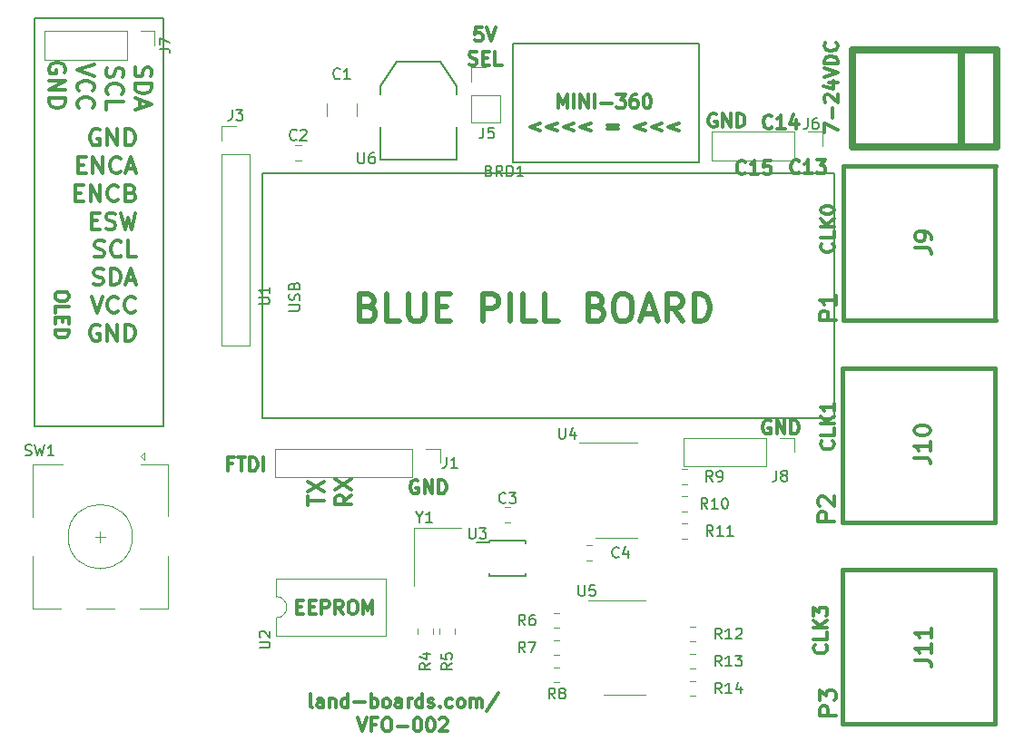
<source format=gbr>
G04 #@! TF.GenerationSoftware,KiCad,Pcbnew,(5.1.5)-3*
G04 #@! TF.CreationDate,2020-10-17T15:18:02-04:00*
G04 #@! TF.ProjectId,VFO-002,56464f2d-3030-4322-9e6b-696361645f70,1*
G04 #@! TF.SameCoordinates,Original*
G04 #@! TF.FileFunction,Legend,Top*
G04 #@! TF.FilePolarity,Positive*
%FSLAX46Y46*%
G04 Gerber Fmt 4.6, Leading zero omitted, Abs format (unit mm)*
G04 Created by KiCad (PCBNEW (5.1.5)-3) date 2020-10-17 15:18:02*
%MOMM*%
%LPD*%
G04 APERTURE LIST*
%ADD10C,0.317500*%
%ADD11C,0.150000*%
%ADD12C,0.508000*%
%ADD13C,0.381000*%
%ADD14C,0.120000*%
%ADD15C,0.650000*%
%ADD16C,0.203200*%
%ADD17C,0.304800*%
G04 APERTURE END LIST*
D10*
X134758095Y-64393273D02*
X134153333Y-64393273D01*
X134092857Y-64998035D01*
X134153333Y-64937559D01*
X134274285Y-64877083D01*
X134576666Y-64877083D01*
X134697619Y-64937559D01*
X134758095Y-64998035D01*
X134818571Y-65118988D01*
X134818571Y-65421369D01*
X134758095Y-65542321D01*
X134697619Y-65602797D01*
X134576666Y-65663273D01*
X134274285Y-65663273D01*
X134153333Y-65602797D01*
X134092857Y-65542321D01*
X135181428Y-64393273D02*
X135604761Y-65663273D01*
X136028095Y-64393273D01*
X133548571Y-67825297D02*
X133730000Y-67885773D01*
X134032380Y-67885773D01*
X134153333Y-67825297D01*
X134213809Y-67764821D01*
X134274285Y-67643869D01*
X134274285Y-67522916D01*
X134213809Y-67401964D01*
X134153333Y-67341488D01*
X134032380Y-67281011D01*
X133790476Y-67220535D01*
X133669523Y-67160059D01*
X133609047Y-67099583D01*
X133548571Y-66978630D01*
X133548571Y-66857678D01*
X133609047Y-66736726D01*
X133669523Y-66676250D01*
X133790476Y-66615773D01*
X134092857Y-66615773D01*
X134274285Y-66676250D01*
X134818571Y-67220535D02*
X135241904Y-67220535D01*
X135423333Y-67885773D02*
X134818571Y-67885773D01*
X134818571Y-66615773D01*
X135423333Y-66615773D01*
X136572380Y-67885773D02*
X135967619Y-67885773D01*
X135967619Y-66615773D01*
X118494821Y-108942857D02*
X118494821Y-108085714D01*
X119994821Y-108514285D02*
X118494821Y-108514285D01*
X118494821Y-107728571D02*
X119994821Y-106728571D01*
X118494821Y-106728571D02*
X119994821Y-107728571D01*
X122562321Y-108050000D02*
X121848035Y-108550000D01*
X122562321Y-108907142D02*
X121062321Y-108907142D01*
X121062321Y-108335714D01*
X121133750Y-108192857D01*
X121205178Y-108121428D01*
X121348035Y-108050000D01*
X121562321Y-108050000D01*
X121705178Y-108121428D01*
X121776607Y-108192857D01*
X121848035Y-108335714D01*
X121848035Y-108907142D01*
X121062321Y-107550000D02*
X122562321Y-106550000D01*
X121062321Y-106550000D02*
X122562321Y-107550000D01*
X164333571Y-77903571D02*
X164273095Y-77964047D01*
X164091666Y-78024523D01*
X163970714Y-78024523D01*
X163789285Y-77964047D01*
X163668333Y-77843095D01*
X163607857Y-77722142D01*
X163547380Y-77480238D01*
X163547380Y-77298809D01*
X163607857Y-77056904D01*
X163668333Y-76935952D01*
X163789285Y-76815000D01*
X163970714Y-76754523D01*
X164091666Y-76754523D01*
X164273095Y-76815000D01*
X164333571Y-76875476D01*
X165543095Y-78024523D02*
X164817380Y-78024523D01*
X165180238Y-78024523D02*
X165180238Y-76754523D01*
X165059285Y-76935952D01*
X164938333Y-77056904D01*
X164817380Y-77117380D01*
X165966428Y-76754523D02*
X166752619Y-76754523D01*
X166329285Y-77238333D01*
X166510714Y-77238333D01*
X166631666Y-77298809D01*
X166692142Y-77359285D01*
X166752619Y-77480238D01*
X166752619Y-77782619D01*
X166692142Y-77903571D01*
X166631666Y-77964047D01*
X166510714Y-78024523D01*
X166147857Y-78024523D01*
X166026904Y-77964047D01*
X165966428Y-77903571D01*
X161783571Y-73703571D02*
X161723095Y-73764047D01*
X161541666Y-73824523D01*
X161420714Y-73824523D01*
X161239285Y-73764047D01*
X161118333Y-73643095D01*
X161057857Y-73522142D01*
X160997380Y-73280238D01*
X160997380Y-73098809D01*
X161057857Y-72856904D01*
X161118333Y-72735952D01*
X161239285Y-72615000D01*
X161420714Y-72554523D01*
X161541666Y-72554523D01*
X161723095Y-72615000D01*
X161783571Y-72675476D01*
X162993095Y-73824523D02*
X162267380Y-73824523D01*
X162630238Y-73824523D02*
X162630238Y-72554523D01*
X162509285Y-72735952D01*
X162388333Y-72856904D01*
X162267380Y-72917380D01*
X164081666Y-72977857D02*
X164081666Y-73824523D01*
X163779285Y-72494047D02*
X163476904Y-73401190D01*
X164263095Y-73401190D01*
X159283571Y-77953571D02*
X159223095Y-78014047D01*
X159041666Y-78074523D01*
X158920714Y-78074523D01*
X158739285Y-78014047D01*
X158618333Y-77893095D01*
X158557857Y-77772142D01*
X158497380Y-77530238D01*
X158497380Y-77348809D01*
X158557857Y-77106904D01*
X158618333Y-76985952D01*
X158739285Y-76865000D01*
X158920714Y-76804523D01*
X159041666Y-76804523D01*
X159223095Y-76865000D01*
X159283571Y-76925476D01*
X160493095Y-78074523D02*
X159767380Y-78074523D01*
X160130238Y-78074523D02*
X160130238Y-76804523D01*
X160009285Y-76985952D01*
X159888333Y-77106904D01*
X159767380Y-77167380D01*
X161642142Y-76804523D02*
X161037380Y-76804523D01*
X160976904Y-77409285D01*
X161037380Y-77348809D01*
X161158333Y-77288333D01*
X161460714Y-77288333D01*
X161581666Y-77348809D01*
X161642142Y-77409285D01*
X161702619Y-77530238D01*
X161702619Y-77832619D01*
X161642142Y-77953571D01*
X161581666Y-78014047D01*
X161460714Y-78074523D01*
X161158333Y-78074523D01*
X161037380Y-78014047D01*
X160976904Y-77953571D01*
X156582380Y-72465000D02*
X156461428Y-72404523D01*
X156280000Y-72404523D01*
X156098571Y-72465000D01*
X155977619Y-72585952D01*
X155917142Y-72706904D01*
X155856666Y-72948809D01*
X155856666Y-73130238D01*
X155917142Y-73372142D01*
X155977619Y-73493095D01*
X156098571Y-73614047D01*
X156280000Y-73674523D01*
X156400952Y-73674523D01*
X156582380Y-73614047D01*
X156642857Y-73553571D01*
X156642857Y-73130238D01*
X156400952Y-73130238D01*
X157187142Y-73674523D02*
X157187142Y-72404523D01*
X157912857Y-73674523D01*
X157912857Y-72404523D01*
X158517619Y-73674523D02*
X158517619Y-72404523D01*
X158820000Y-72404523D01*
X159001428Y-72465000D01*
X159122380Y-72585952D01*
X159182857Y-72706904D01*
X159243333Y-72948809D01*
X159243333Y-73130238D01*
X159182857Y-73372142D01*
X159122380Y-73493095D01*
X159001428Y-73614047D01*
X158820000Y-73674523D01*
X158517619Y-73674523D01*
X161632380Y-101115000D02*
X161511428Y-101054523D01*
X161330000Y-101054523D01*
X161148571Y-101115000D01*
X161027619Y-101235952D01*
X160967142Y-101356904D01*
X160906666Y-101598809D01*
X160906666Y-101780238D01*
X160967142Y-102022142D01*
X161027619Y-102143095D01*
X161148571Y-102264047D01*
X161330000Y-102324523D01*
X161450952Y-102324523D01*
X161632380Y-102264047D01*
X161692857Y-102203571D01*
X161692857Y-101780238D01*
X161450952Y-101780238D01*
X162237142Y-102324523D02*
X162237142Y-101054523D01*
X162962857Y-102324523D01*
X162962857Y-101054523D01*
X163567619Y-102324523D02*
X163567619Y-101054523D01*
X163870000Y-101054523D01*
X164051428Y-101115000D01*
X164172380Y-101235952D01*
X164232857Y-101356904D01*
X164293333Y-101598809D01*
X164293333Y-101780238D01*
X164232857Y-102022142D01*
X164172380Y-102143095D01*
X164051428Y-102264047D01*
X163870000Y-102324523D01*
X163567619Y-102324523D01*
X96199476Y-89341476D02*
X96199476Y-89583380D01*
X96139000Y-89704333D01*
X96018047Y-89825285D01*
X95776142Y-89885761D01*
X95352809Y-89885761D01*
X95110904Y-89825285D01*
X94989952Y-89704333D01*
X94929476Y-89583380D01*
X94929476Y-89341476D01*
X94989952Y-89220523D01*
X95110904Y-89099571D01*
X95352809Y-89039095D01*
X95776142Y-89039095D01*
X96018047Y-89099571D01*
X96139000Y-89220523D01*
X96199476Y-89341476D01*
X94929476Y-91034809D02*
X94929476Y-90430047D01*
X96199476Y-90430047D01*
X95594714Y-91458142D02*
X95594714Y-91881476D01*
X94929476Y-92062904D02*
X94929476Y-91458142D01*
X96199476Y-91458142D01*
X96199476Y-92062904D01*
X94929476Y-92607190D02*
X96199476Y-92607190D01*
X96199476Y-92909571D01*
X96139000Y-93091000D01*
X96018047Y-93211952D01*
X95897095Y-93272428D01*
X95655190Y-93332904D01*
X95473761Y-93332904D01*
X95231857Y-93272428D01*
X95110904Y-93211952D01*
X94989952Y-93091000D01*
X94929476Y-92909571D01*
X94929476Y-92607190D01*
X166654523Y-74183333D02*
X166654523Y-73336666D01*
X167924523Y-73880952D01*
X167440714Y-72852857D02*
X167440714Y-71885238D01*
X166775476Y-71340952D02*
X166715000Y-71280476D01*
X166654523Y-71159523D01*
X166654523Y-70857142D01*
X166715000Y-70736190D01*
X166775476Y-70675714D01*
X166896428Y-70615238D01*
X167017380Y-70615238D01*
X167198809Y-70675714D01*
X167924523Y-71401428D01*
X167924523Y-70615238D01*
X167077857Y-69526666D02*
X167924523Y-69526666D01*
X166594047Y-69829047D02*
X167501190Y-70131428D01*
X167501190Y-69345238D01*
X166654523Y-69042857D02*
X167924523Y-68619523D01*
X166654523Y-68196190D01*
X167924523Y-67772857D02*
X166654523Y-67772857D01*
X166654523Y-67470476D01*
X166715000Y-67289047D01*
X166835952Y-67168095D01*
X166956904Y-67107619D01*
X167198809Y-67047142D01*
X167380238Y-67047142D01*
X167622142Y-67107619D01*
X167743095Y-67168095D01*
X167864047Y-67289047D01*
X167924523Y-67470476D01*
X167924523Y-67772857D01*
X167803571Y-65777142D02*
X167864047Y-65837619D01*
X167924523Y-66019047D01*
X167924523Y-66140000D01*
X167864047Y-66321428D01*
X167743095Y-66442380D01*
X167622142Y-66502857D01*
X167380238Y-66563333D01*
X167198809Y-66563333D01*
X166956904Y-66502857D01*
X166835952Y-66442380D01*
X166715000Y-66321428D01*
X166654523Y-66140000D01*
X166654523Y-66019047D01*
X166715000Y-65837619D01*
X166775476Y-65777142D01*
X166823571Y-122010714D02*
X166884047Y-122071190D01*
X166944523Y-122252619D01*
X166944523Y-122373571D01*
X166884047Y-122555000D01*
X166763095Y-122675952D01*
X166642142Y-122736428D01*
X166400238Y-122796904D01*
X166218809Y-122796904D01*
X165976904Y-122736428D01*
X165855952Y-122675952D01*
X165735000Y-122555000D01*
X165674523Y-122373571D01*
X165674523Y-122252619D01*
X165735000Y-122071190D01*
X165795476Y-122010714D01*
X166944523Y-120861666D02*
X166944523Y-121466428D01*
X165674523Y-121466428D01*
X166944523Y-120438333D02*
X165674523Y-120438333D01*
X166944523Y-119712619D02*
X166218809Y-120256904D01*
X165674523Y-119712619D02*
X166400238Y-120438333D01*
X165674523Y-119289285D02*
X165674523Y-118503095D01*
X166158333Y-118926428D01*
X166158333Y-118745000D01*
X166218809Y-118624047D01*
X166279285Y-118563571D01*
X166400238Y-118503095D01*
X166702619Y-118503095D01*
X166823571Y-118563571D01*
X166884047Y-118624047D01*
X166944523Y-118745000D01*
X166944523Y-119107857D01*
X166884047Y-119228809D01*
X166823571Y-119289285D01*
X167458571Y-102960714D02*
X167519047Y-103021190D01*
X167579523Y-103202619D01*
X167579523Y-103323571D01*
X167519047Y-103505000D01*
X167398095Y-103625952D01*
X167277142Y-103686428D01*
X167035238Y-103746904D01*
X166853809Y-103746904D01*
X166611904Y-103686428D01*
X166490952Y-103625952D01*
X166370000Y-103505000D01*
X166309523Y-103323571D01*
X166309523Y-103202619D01*
X166370000Y-103021190D01*
X166430476Y-102960714D01*
X167579523Y-101811666D02*
X167579523Y-102416428D01*
X166309523Y-102416428D01*
X167579523Y-101388333D02*
X166309523Y-101388333D01*
X167579523Y-100662619D02*
X166853809Y-101206904D01*
X166309523Y-100662619D02*
X167035238Y-101388333D01*
X167579523Y-99453095D02*
X167579523Y-100178809D01*
X167579523Y-99815952D02*
X166309523Y-99815952D01*
X166490952Y-99936904D01*
X166611904Y-100057857D01*
X166672380Y-100178809D01*
X167458571Y-84545714D02*
X167519047Y-84606190D01*
X167579523Y-84787619D01*
X167579523Y-84908571D01*
X167519047Y-85090000D01*
X167398095Y-85210952D01*
X167277142Y-85271428D01*
X167035238Y-85331904D01*
X166853809Y-85331904D01*
X166611904Y-85271428D01*
X166490952Y-85210952D01*
X166370000Y-85090000D01*
X166309523Y-84908571D01*
X166309523Y-84787619D01*
X166370000Y-84606190D01*
X166430476Y-84545714D01*
X167579523Y-83396666D02*
X167579523Y-84001428D01*
X166309523Y-84001428D01*
X167579523Y-82973333D02*
X166309523Y-82973333D01*
X167579523Y-82247619D02*
X166853809Y-82791904D01*
X166309523Y-82247619D02*
X167035238Y-82973333D01*
X166309523Y-81461428D02*
X166309523Y-81340476D01*
X166370000Y-81219523D01*
X166430476Y-81159047D01*
X166551428Y-81098571D01*
X166793333Y-81038095D01*
X167095714Y-81038095D01*
X167337619Y-81098571D01*
X167458571Y-81159047D01*
X167519047Y-81219523D01*
X167579523Y-81340476D01*
X167579523Y-81461428D01*
X167519047Y-81582380D01*
X167458571Y-81642857D01*
X167337619Y-81703333D01*
X167095714Y-81763809D01*
X166793333Y-81763809D01*
X166551428Y-81703333D01*
X166430476Y-81642857D01*
X166370000Y-81582380D01*
X166309523Y-81461428D01*
D11*
X93040000Y-101600000D02*
X93040000Y-63500000D01*
X105040000Y-101625000D02*
X93040000Y-101600000D01*
X105040000Y-63500000D02*
X105040000Y-101625000D01*
X93040000Y-63500000D02*
X105040000Y-63500000D01*
D10*
X99064082Y-73945750D02*
X98914101Y-73873178D01*
X98689129Y-73873178D01*
X98464158Y-73945750D01*
X98314177Y-74090892D01*
X98239186Y-74236035D01*
X98164196Y-74526321D01*
X98164196Y-74744035D01*
X98239186Y-75034321D01*
X98314177Y-75179464D01*
X98464158Y-75324607D01*
X98689129Y-75397178D01*
X98839110Y-75397178D01*
X99064082Y-75324607D01*
X99139072Y-75252035D01*
X99139072Y-74744035D01*
X98839110Y-74744035D01*
X99813986Y-75397178D02*
X99813986Y-73873178D01*
X100713872Y-75397178D01*
X100713872Y-73873178D01*
X101463777Y-75397178D02*
X101463777Y-73873178D01*
X101838729Y-73873178D01*
X102063701Y-73945750D01*
X102213682Y-74090892D01*
X102288672Y-74236035D01*
X102363663Y-74526321D01*
X102363663Y-74744035D01*
X102288672Y-75034321D01*
X102213682Y-75179464D01*
X102063701Y-75324607D01*
X101838729Y-75397178D01*
X101463777Y-75397178D01*
X97039339Y-77202392D02*
X97564272Y-77202392D01*
X97789244Y-78000678D02*
X97039339Y-78000678D01*
X97039339Y-76476678D01*
X97789244Y-76476678D01*
X98464158Y-78000678D02*
X98464158Y-76476678D01*
X99364044Y-78000678D01*
X99364044Y-76476678D01*
X101013834Y-77855535D02*
X100938844Y-77928107D01*
X100713872Y-78000678D01*
X100563891Y-78000678D01*
X100338920Y-77928107D01*
X100188939Y-77782964D01*
X100113948Y-77637821D01*
X100038958Y-77347535D01*
X100038958Y-77129821D01*
X100113948Y-76839535D01*
X100188939Y-76694392D01*
X100338920Y-76549250D01*
X100563891Y-76476678D01*
X100713872Y-76476678D01*
X100938844Y-76549250D01*
X101013834Y-76621821D01*
X101613758Y-77565250D02*
X102363663Y-77565250D01*
X101463777Y-78000678D02*
X101988710Y-76476678D01*
X102513644Y-78000678D01*
X96814367Y-79805892D02*
X97339301Y-79805892D01*
X97564272Y-80604178D02*
X96814367Y-80604178D01*
X96814367Y-79080178D01*
X97564272Y-79080178D01*
X98239186Y-80604178D02*
X98239186Y-79080178D01*
X99139072Y-80604178D01*
X99139072Y-79080178D01*
X100788863Y-80459035D02*
X100713872Y-80531607D01*
X100488901Y-80604178D01*
X100338920Y-80604178D01*
X100113948Y-80531607D01*
X99963967Y-80386464D01*
X99888977Y-80241321D01*
X99813986Y-79951035D01*
X99813986Y-79733321D01*
X99888977Y-79443035D01*
X99963967Y-79297892D01*
X100113948Y-79152750D01*
X100338920Y-79080178D01*
X100488901Y-79080178D01*
X100713872Y-79152750D01*
X100788863Y-79225321D01*
X101988710Y-79805892D02*
X102213682Y-79878464D01*
X102288672Y-79951035D01*
X102363663Y-80096178D01*
X102363663Y-80313892D01*
X102288672Y-80459035D01*
X102213682Y-80531607D01*
X102063701Y-80604178D01*
X101463777Y-80604178D01*
X101463777Y-79080178D01*
X101988710Y-79080178D01*
X102138691Y-79152750D01*
X102213682Y-79225321D01*
X102288672Y-79370464D01*
X102288672Y-79515607D01*
X102213682Y-79660750D01*
X102138691Y-79733321D01*
X101988710Y-79805892D01*
X101463777Y-79805892D01*
X98314177Y-82409392D02*
X98839110Y-82409392D01*
X99064082Y-83207678D02*
X98314177Y-83207678D01*
X98314177Y-81683678D01*
X99064082Y-81683678D01*
X99664005Y-83135107D02*
X99888977Y-83207678D01*
X100263929Y-83207678D01*
X100413910Y-83135107D01*
X100488901Y-83062535D01*
X100563891Y-82917392D01*
X100563891Y-82772250D01*
X100488901Y-82627107D01*
X100413910Y-82554535D01*
X100263929Y-82481964D01*
X99963967Y-82409392D01*
X99813986Y-82336821D01*
X99738996Y-82264250D01*
X99664005Y-82119107D01*
X99664005Y-81973964D01*
X99738996Y-81828821D01*
X99813986Y-81756250D01*
X99963967Y-81683678D01*
X100338920Y-81683678D01*
X100563891Y-81756250D01*
X101088825Y-81683678D02*
X101463777Y-83207678D01*
X101763739Y-82119107D01*
X102063701Y-83207678D01*
X102438653Y-81683678D01*
X98614139Y-85738607D02*
X98839110Y-85811178D01*
X99214063Y-85811178D01*
X99364044Y-85738607D01*
X99439034Y-85666035D01*
X99514025Y-85520892D01*
X99514025Y-85375750D01*
X99439034Y-85230607D01*
X99364044Y-85158035D01*
X99214063Y-85085464D01*
X98914101Y-85012892D01*
X98764120Y-84940321D01*
X98689129Y-84867750D01*
X98614139Y-84722607D01*
X98614139Y-84577464D01*
X98689129Y-84432321D01*
X98764120Y-84359750D01*
X98914101Y-84287178D01*
X99289053Y-84287178D01*
X99514025Y-84359750D01*
X101088825Y-85666035D02*
X101013834Y-85738607D01*
X100788863Y-85811178D01*
X100638882Y-85811178D01*
X100413910Y-85738607D01*
X100263929Y-85593464D01*
X100188939Y-85448321D01*
X100113948Y-85158035D01*
X100113948Y-84940321D01*
X100188939Y-84650035D01*
X100263929Y-84504892D01*
X100413910Y-84359750D01*
X100638882Y-84287178D01*
X100788863Y-84287178D01*
X101013834Y-84359750D01*
X101088825Y-84432321D01*
X102513644Y-85811178D02*
X101763739Y-85811178D01*
X101763739Y-84287178D01*
X98539148Y-88342107D02*
X98764120Y-88414678D01*
X99139072Y-88414678D01*
X99289053Y-88342107D01*
X99364044Y-88269535D01*
X99439034Y-88124392D01*
X99439034Y-87979250D01*
X99364044Y-87834107D01*
X99289053Y-87761535D01*
X99139072Y-87688964D01*
X98839110Y-87616392D01*
X98689129Y-87543821D01*
X98614139Y-87471250D01*
X98539148Y-87326107D01*
X98539148Y-87180964D01*
X98614139Y-87035821D01*
X98689129Y-86963250D01*
X98839110Y-86890678D01*
X99214063Y-86890678D01*
X99439034Y-86963250D01*
X100113948Y-88414678D02*
X100113948Y-86890678D01*
X100488901Y-86890678D01*
X100713872Y-86963250D01*
X100863853Y-87108392D01*
X100938844Y-87253535D01*
X101013834Y-87543821D01*
X101013834Y-87761535D01*
X100938844Y-88051821D01*
X100863853Y-88196964D01*
X100713872Y-88342107D01*
X100488901Y-88414678D01*
X100113948Y-88414678D01*
X101613758Y-87979250D02*
X102363663Y-87979250D01*
X101463777Y-88414678D02*
X101988710Y-86890678D01*
X102513644Y-88414678D01*
X98314177Y-89494178D02*
X98839110Y-91018178D01*
X99364044Y-89494178D01*
X100788863Y-90873035D02*
X100713872Y-90945607D01*
X100488901Y-91018178D01*
X100338920Y-91018178D01*
X100113948Y-90945607D01*
X99963967Y-90800464D01*
X99888977Y-90655321D01*
X99813986Y-90365035D01*
X99813986Y-90147321D01*
X99888977Y-89857035D01*
X99963967Y-89711892D01*
X100113948Y-89566750D01*
X100338920Y-89494178D01*
X100488901Y-89494178D01*
X100713872Y-89566750D01*
X100788863Y-89639321D01*
X102363663Y-90873035D02*
X102288672Y-90945607D01*
X102063701Y-91018178D01*
X101913720Y-91018178D01*
X101688748Y-90945607D01*
X101538767Y-90800464D01*
X101463777Y-90655321D01*
X101388786Y-90365035D01*
X101388786Y-90147321D01*
X101463777Y-89857035D01*
X101538767Y-89711892D01*
X101688748Y-89566750D01*
X101913720Y-89494178D01*
X102063701Y-89494178D01*
X102288672Y-89566750D01*
X102363663Y-89639321D01*
X99064082Y-92170250D02*
X98914101Y-92097678D01*
X98689129Y-92097678D01*
X98464158Y-92170250D01*
X98314177Y-92315392D01*
X98239186Y-92460535D01*
X98164196Y-92750821D01*
X98164196Y-92968535D01*
X98239186Y-93258821D01*
X98314177Y-93403964D01*
X98464158Y-93549107D01*
X98689129Y-93621678D01*
X98839110Y-93621678D01*
X99064082Y-93549107D01*
X99139072Y-93476535D01*
X99139072Y-92968535D01*
X98839110Y-92968535D01*
X99813986Y-93621678D02*
X99813986Y-92097678D01*
X100713872Y-93621678D01*
X100713872Y-92097678D01*
X101463777Y-93621678D02*
X101463777Y-92097678D01*
X101838729Y-92097678D01*
X102063701Y-92170250D01*
X102213682Y-92315392D01*
X102288672Y-92460535D01*
X102363663Y-92750821D01*
X102363663Y-92968535D01*
X102288672Y-93258821D01*
X102213682Y-93403964D01*
X102063701Y-93549107D01*
X101838729Y-93621678D01*
X101463777Y-93621678D01*
X102442130Y-68059148D02*
X102367140Y-68284120D01*
X102367140Y-68659072D01*
X102442130Y-68809053D01*
X102517121Y-68884044D01*
X102667102Y-68959034D01*
X102817083Y-68959034D01*
X102967064Y-68884044D01*
X103042054Y-68809053D01*
X103117045Y-68659072D01*
X103192035Y-68359110D01*
X103267026Y-68209129D01*
X103342016Y-68134139D01*
X103491997Y-68059148D01*
X103641978Y-68059148D01*
X103791959Y-68134139D01*
X103866950Y-68209129D01*
X103941940Y-68359110D01*
X103941940Y-68734063D01*
X103866950Y-68959034D01*
X102367140Y-69633948D02*
X103941940Y-69633948D01*
X103941940Y-70008901D01*
X103866950Y-70233872D01*
X103716969Y-70383853D01*
X103566988Y-70458844D01*
X103267026Y-70533834D01*
X103042054Y-70533834D01*
X102742092Y-70458844D01*
X102592111Y-70383853D01*
X102442130Y-70233872D01*
X102367140Y-70008901D01*
X102367140Y-69633948D01*
X102817083Y-71133758D02*
X102817083Y-71883663D01*
X102367140Y-70983777D02*
X103941940Y-71508710D01*
X102367140Y-72033644D01*
X99762430Y-68134139D02*
X99687440Y-68359110D01*
X99687440Y-68734063D01*
X99762430Y-68884044D01*
X99837421Y-68959034D01*
X99987402Y-69034025D01*
X100137383Y-69034025D01*
X100287364Y-68959034D01*
X100362354Y-68884044D01*
X100437345Y-68734063D01*
X100512335Y-68434101D01*
X100587326Y-68284120D01*
X100662316Y-68209129D01*
X100812297Y-68134139D01*
X100962278Y-68134139D01*
X101112259Y-68209129D01*
X101187250Y-68284120D01*
X101262240Y-68434101D01*
X101262240Y-68809053D01*
X101187250Y-69034025D01*
X99837421Y-70608825D02*
X99762430Y-70533834D01*
X99687440Y-70308863D01*
X99687440Y-70158882D01*
X99762430Y-69933910D01*
X99912411Y-69783929D01*
X100062392Y-69708939D01*
X100362354Y-69633948D01*
X100587326Y-69633948D01*
X100887288Y-69708939D01*
X101037269Y-69783929D01*
X101187250Y-69933910D01*
X101262240Y-70158882D01*
X101262240Y-70308863D01*
X101187250Y-70533834D01*
X101112259Y-70608825D01*
X99687440Y-72033644D02*
X99687440Y-71283739D01*
X101262240Y-71283739D01*
X98582540Y-67834177D02*
X97007740Y-68359110D01*
X98582540Y-68884044D01*
X97157721Y-70308863D02*
X97082730Y-70233872D01*
X97007740Y-70008901D01*
X97007740Y-69858920D01*
X97082730Y-69633948D01*
X97232711Y-69483967D01*
X97382692Y-69408977D01*
X97682654Y-69333986D01*
X97907626Y-69333986D01*
X98207588Y-69408977D01*
X98357569Y-69483967D01*
X98507550Y-69633948D01*
X98582540Y-69858920D01*
X98582540Y-70008901D01*
X98507550Y-70233872D01*
X98432559Y-70308863D01*
X97157721Y-71883663D02*
X97082730Y-71808672D01*
X97007740Y-71583701D01*
X97007740Y-71433720D01*
X97082730Y-71208748D01*
X97232711Y-71058767D01*
X97382692Y-70983777D01*
X97682654Y-70908786D01*
X97907626Y-70908786D01*
X98207588Y-70983777D01*
X98357569Y-71058767D01*
X98507550Y-71208748D01*
X98582540Y-71433720D01*
X98582540Y-71583701D01*
X98507550Y-71808672D01*
X98432559Y-71883663D01*
X95827850Y-68584082D02*
X95902840Y-68434101D01*
X95902840Y-68209129D01*
X95827850Y-67984158D01*
X95677869Y-67834177D01*
X95527888Y-67759186D01*
X95227926Y-67684196D01*
X95002954Y-67684196D01*
X94702992Y-67759186D01*
X94553011Y-67834177D01*
X94403030Y-67984158D01*
X94328040Y-68209129D01*
X94328040Y-68359110D01*
X94403030Y-68584082D01*
X94478021Y-68659072D01*
X95002954Y-68659072D01*
X95002954Y-68359110D01*
X94328040Y-69333986D02*
X95902840Y-69333986D01*
X94328040Y-70233872D01*
X95902840Y-70233872D01*
X94328040Y-70983777D02*
X95902840Y-70983777D01*
X95902840Y-71358729D01*
X95827850Y-71583701D01*
X95677869Y-71733682D01*
X95527888Y-71808672D01*
X95227926Y-71883663D01*
X95002954Y-71883663D01*
X94702992Y-71808672D01*
X94553011Y-71733682D01*
X94403030Y-71583701D01*
X94328040Y-71358729D01*
X94328040Y-70983777D01*
D12*
X124178571Y-90468571D02*
X124541428Y-90589523D01*
X124662380Y-90710476D01*
X124783333Y-90952380D01*
X124783333Y-91315238D01*
X124662380Y-91557142D01*
X124541428Y-91678095D01*
X124299523Y-91799047D01*
X123331904Y-91799047D01*
X123331904Y-89259047D01*
X124178571Y-89259047D01*
X124420476Y-89380000D01*
X124541428Y-89500952D01*
X124662380Y-89742857D01*
X124662380Y-89984761D01*
X124541428Y-90226666D01*
X124420476Y-90347619D01*
X124178571Y-90468571D01*
X123331904Y-90468571D01*
X127081428Y-91799047D02*
X125871904Y-91799047D01*
X125871904Y-89259047D01*
X127928095Y-89259047D02*
X127928095Y-91315238D01*
X128049047Y-91557142D01*
X128170000Y-91678095D01*
X128411904Y-91799047D01*
X128895714Y-91799047D01*
X129137619Y-91678095D01*
X129258571Y-91557142D01*
X129379523Y-91315238D01*
X129379523Y-89259047D01*
X130589047Y-90468571D02*
X131435714Y-90468571D01*
X131798571Y-91799047D02*
X130589047Y-91799047D01*
X130589047Y-89259047D01*
X131798571Y-89259047D01*
X134822380Y-91799047D02*
X134822380Y-89259047D01*
X135790000Y-89259047D01*
X136031904Y-89380000D01*
X136152857Y-89500952D01*
X136273809Y-89742857D01*
X136273809Y-90105714D01*
X136152857Y-90347619D01*
X136031904Y-90468571D01*
X135790000Y-90589523D01*
X134822380Y-90589523D01*
X137362380Y-91799047D02*
X137362380Y-89259047D01*
X139781428Y-91799047D02*
X138571904Y-91799047D01*
X138571904Y-89259047D01*
X141837619Y-91799047D02*
X140628095Y-91799047D01*
X140628095Y-89259047D01*
X145466190Y-90468571D02*
X145829047Y-90589523D01*
X145950000Y-90710476D01*
X146070952Y-90952380D01*
X146070952Y-91315238D01*
X145950000Y-91557142D01*
X145829047Y-91678095D01*
X145587142Y-91799047D01*
X144619523Y-91799047D01*
X144619523Y-89259047D01*
X145466190Y-89259047D01*
X145708095Y-89380000D01*
X145829047Y-89500952D01*
X145950000Y-89742857D01*
X145950000Y-89984761D01*
X145829047Y-90226666D01*
X145708095Y-90347619D01*
X145466190Y-90468571D01*
X144619523Y-90468571D01*
X147643333Y-89259047D02*
X148127142Y-89259047D01*
X148369047Y-89380000D01*
X148610952Y-89621904D01*
X148731904Y-90105714D01*
X148731904Y-90952380D01*
X148610952Y-91436190D01*
X148369047Y-91678095D01*
X148127142Y-91799047D01*
X147643333Y-91799047D01*
X147401428Y-91678095D01*
X147159523Y-91436190D01*
X147038571Y-90952380D01*
X147038571Y-90105714D01*
X147159523Y-89621904D01*
X147401428Y-89380000D01*
X147643333Y-89259047D01*
X149699523Y-91073333D02*
X150909047Y-91073333D01*
X149457619Y-91799047D02*
X150304285Y-89259047D01*
X151150952Y-91799047D01*
X153449047Y-91799047D02*
X152602380Y-90589523D01*
X151997619Y-91799047D02*
X151997619Y-89259047D01*
X152965238Y-89259047D01*
X153207142Y-89380000D01*
X153328095Y-89500952D01*
X153449047Y-89742857D01*
X153449047Y-90105714D01*
X153328095Y-90347619D01*
X153207142Y-90468571D01*
X152965238Y-90589523D01*
X151997619Y-90589523D01*
X154537619Y-91799047D02*
X154537619Y-89259047D01*
X155142380Y-89259047D01*
X155505238Y-89380000D01*
X155747142Y-89621904D01*
X155868095Y-89863809D01*
X155989047Y-90347619D01*
X155989047Y-90710476D01*
X155868095Y-91194285D01*
X155747142Y-91436190D01*
X155505238Y-91678095D01*
X155142380Y-91799047D01*
X154537619Y-91799047D01*
D10*
X117492380Y-118459285D02*
X117915714Y-118459285D01*
X118097142Y-119124523D02*
X117492380Y-119124523D01*
X117492380Y-117854523D01*
X118097142Y-117854523D01*
X118641428Y-118459285D02*
X119064761Y-118459285D01*
X119246190Y-119124523D02*
X118641428Y-119124523D01*
X118641428Y-117854523D01*
X119246190Y-117854523D01*
X119790476Y-119124523D02*
X119790476Y-117854523D01*
X120274285Y-117854523D01*
X120395238Y-117915000D01*
X120455714Y-117975476D01*
X120516190Y-118096428D01*
X120516190Y-118277857D01*
X120455714Y-118398809D01*
X120395238Y-118459285D01*
X120274285Y-118519761D01*
X119790476Y-118519761D01*
X121786190Y-119124523D02*
X121362857Y-118519761D01*
X121060476Y-119124523D02*
X121060476Y-117854523D01*
X121544285Y-117854523D01*
X121665238Y-117915000D01*
X121725714Y-117975476D01*
X121786190Y-118096428D01*
X121786190Y-118277857D01*
X121725714Y-118398809D01*
X121665238Y-118459285D01*
X121544285Y-118519761D01*
X121060476Y-118519761D01*
X122572380Y-117854523D02*
X122814285Y-117854523D01*
X122935238Y-117915000D01*
X123056190Y-118035952D01*
X123116666Y-118277857D01*
X123116666Y-118701190D01*
X123056190Y-118943095D01*
X122935238Y-119064047D01*
X122814285Y-119124523D01*
X122572380Y-119124523D01*
X122451428Y-119064047D01*
X122330476Y-118943095D01*
X122270000Y-118701190D01*
X122270000Y-118277857D01*
X122330476Y-118035952D01*
X122451428Y-117915000D01*
X122572380Y-117854523D01*
X123660952Y-119124523D02*
X123660952Y-117854523D01*
X124084285Y-118761666D01*
X124507619Y-117854523D01*
X124507619Y-119124523D01*
X141856190Y-71909273D02*
X141856190Y-70639273D01*
X142279523Y-71546416D01*
X142702857Y-70639273D01*
X142702857Y-71909273D01*
X143307619Y-71909273D02*
X143307619Y-70639273D01*
X143912380Y-71909273D02*
X143912380Y-70639273D01*
X144638095Y-71909273D01*
X144638095Y-70639273D01*
X145242857Y-71909273D02*
X145242857Y-70639273D01*
X145847619Y-71425464D02*
X146815238Y-71425464D01*
X147299047Y-70639273D02*
X148085238Y-70639273D01*
X147661904Y-71123083D01*
X147843333Y-71123083D01*
X147964285Y-71183559D01*
X148024761Y-71244035D01*
X148085238Y-71364988D01*
X148085238Y-71667369D01*
X148024761Y-71788321D01*
X147964285Y-71848797D01*
X147843333Y-71909273D01*
X147480476Y-71909273D01*
X147359523Y-71848797D01*
X147299047Y-71788321D01*
X149173809Y-70639273D02*
X148931904Y-70639273D01*
X148810952Y-70699750D01*
X148750476Y-70760226D01*
X148629523Y-70941654D01*
X148569047Y-71183559D01*
X148569047Y-71667369D01*
X148629523Y-71788321D01*
X148690000Y-71848797D01*
X148810952Y-71909273D01*
X149052857Y-71909273D01*
X149173809Y-71848797D01*
X149234285Y-71788321D01*
X149294761Y-71667369D01*
X149294761Y-71364988D01*
X149234285Y-71244035D01*
X149173809Y-71183559D01*
X149052857Y-71123083D01*
X148810952Y-71123083D01*
X148690000Y-71183559D01*
X148629523Y-71244035D01*
X148569047Y-71364988D01*
X150080952Y-70639273D02*
X150201904Y-70639273D01*
X150322857Y-70699750D01*
X150383333Y-70760226D01*
X150443809Y-70881178D01*
X150504285Y-71123083D01*
X150504285Y-71425464D01*
X150443809Y-71667369D01*
X150383333Y-71788321D01*
X150322857Y-71848797D01*
X150201904Y-71909273D01*
X150080952Y-71909273D01*
X149960000Y-71848797D01*
X149899523Y-71788321D01*
X149839047Y-71667369D01*
X149778571Y-71425464D01*
X149778571Y-71123083D01*
X149839047Y-70881178D01*
X149899523Y-70760226D01*
X149960000Y-70699750D01*
X150080952Y-70639273D01*
X140162857Y-73285107D02*
X139195238Y-73647964D01*
X140162857Y-74010821D01*
X141735238Y-73285107D02*
X140767619Y-73647964D01*
X141735238Y-74010821D01*
X143307619Y-73285107D02*
X142340000Y-73647964D01*
X143307619Y-74010821D01*
X144880000Y-73285107D02*
X143912380Y-73647964D01*
X144880000Y-74010821D01*
X146452380Y-73466535D02*
X147420000Y-73466535D01*
X147420000Y-73829392D02*
X146452380Y-73829392D01*
X149960000Y-73285107D02*
X148992380Y-73647964D01*
X149960000Y-74010821D01*
X151532380Y-73285107D02*
X150564761Y-73647964D01*
X151532380Y-74010821D01*
X153104761Y-73285107D02*
X152137142Y-73647964D01*
X153104761Y-74010821D01*
X111460238Y-105109285D02*
X111036904Y-105109285D01*
X111036904Y-105774523D02*
X111036904Y-104504523D01*
X111641666Y-104504523D01*
X111944047Y-104504523D02*
X112669761Y-104504523D01*
X112306904Y-105774523D02*
X112306904Y-104504523D01*
X113093095Y-105774523D02*
X113093095Y-104504523D01*
X113395476Y-104504523D01*
X113576904Y-104565000D01*
X113697857Y-104685952D01*
X113758333Y-104806904D01*
X113818809Y-105048809D01*
X113818809Y-105230238D01*
X113758333Y-105472142D01*
X113697857Y-105593095D01*
X113576904Y-105714047D01*
X113395476Y-105774523D01*
X113093095Y-105774523D01*
X114363095Y-105774523D02*
X114363095Y-104504523D01*
X128776380Y-106681000D02*
X128655428Y-106620523D01*
X128474000Y-106620523D01*
X128292571Y-106681000D01*
X128171619Y-106801952D01*
X128111142Y-106922904D01*
X128050666Y-107164809D01*
X128050666Y-107346238D01*
X128111142Y-107588142D01*
X128171619Y-107709095D01*
X128292571Y-107830047D01*
X128474000Y-107890523D01*
X128594952Y-107890523D01*
X128776380Y-107830047D01*
X128836857Y-107769571D01*
X128836857Y-107346238D01*
X128594952Y-107346238D01*
X129381142Y-107890523D02*
X129381142Y-106620523D01*
X130106857Y-107890523D01*
X130106857Y-106620523D01*
X130711619Y-107890523D02*
X130711619Y-106620523D01*
X131014000Y-106620523D01*
X131195428Y-106681000D01*
X131316380Y-106801952D01*
X131376857Y-106922904D01*
X131437333Y-107164809D01*
X131437333Y-107346238D01*
X131376857Y-107588142D01*
X131316380Y-107709095D01*
X131195428Y-107830047D01*
X131014000Y-107890523D01*
X130711619Y-107890523D01*
X118903095Y-127863273D02*
X118782142Y-127802797D01*
X118721666Y-127681845D01*
X118721666Y-126593273D01*
X119931190Y-127863273D02*
X119931190Y-127198035D01*
X119870714Y-127077083D01*
X119749761Y-127016607D01*
X119507857Y-127016607D01*
X119386904Y-127077083D01*
X119931190Y-127802797D02*
X119810238Y-127863273D01*
X119507857Y-127863273D01*
X119386904Y-127802797D01*
X119326428Y-127681845D01*
X119326428Y-127560892D01*
X119386904Y-127439940D01*
X119507857Y-127379464D01*
X119810238Y-127379464D01*
X119931190Y-127318988D01*
X120535952Y-127016607D02*
X120535952Y-127863273D01*
X120535952Y-127137559D02*
X120596428Y-127077083D01*
X120717380Y-127016607D01*
X120898809Y-127016607D01*
X121019761Y-127077083D01*
X121080238Y-127198035D01*
X121080238Y-127863273D01*
X122229285Y-127863273D02*
X122229285Y-126593273D01*
X122229285Y-127802797D02*
X122108333Y-127863273D01*
X121866428Y-127863273D01*
X121745476Y-127802797D01*
X121685000Y-127742321D01*
X121624523Y-127621369D01*
X121624523Y-127258511D01*
X121685000Y-127137559D01*
X121745476Y-127077083D01*
X121866428Y-127016607D01*
X122108333Y-127016607D01*
X122229285Y-127077083D01*
X122834047Y-127379464D02*
X123801666Y-127379464D01*
X124406428Y-127863273D02*
X124406428Y-126593273D01*
X124406428Y-127077083D02*
X124527380Y-127016607D01*
X124769285Y-127016607D01*
X124890238Y-127077083D01*
X124950714Y-127137559D01*
X125011190Y-127258511D01*
X125011190Y-127621369D01*
X124950714Y-127742321D01*
X124890238Y-127802797D01*
X124769285Y-127863273D01*
X124527380Y-127863273D01*
X124406428Y-127802797D01*
X125736904Y-127863273D02*
X125615952Y-127802797D01*
X125555476Y-127742321D01*
X125495000Y-127621369D01*
X125495000Y-127258511D01*
X125555476Y-127137559D01*
X125615952Y-127077083D01*
X125736904Y-127016607D01*
X125918333Y-127016607D01*
X126039285Y-127077083D01*
X126099761Y-127137559D01*
X126160238Y-127258511D01*
X126160238Y-127621369D01*
X126099761Y-127742321D01*
X126039285Y-127802797D01*
X125918333Y-127863273D01*
X125736904Y-127863273D01*
X127248809Y-127863273D02*
X127248809Y-127198035D01*
X127188333Y-127077083D01*
X127067380Y-127016607D01*
X126825476Y-127016607D01*
X126704523Y-127077083D01*
X127248809Y-127802797D02*
X127127857Y-127863273D01*
X126825476Y-127863273D01*
X126704523Y-127802797D01*
X126644047Y-127681845D01*
X126644047Y-127560892D01*
X126704523Y-127439940D01*
X126825476Y-127379464D01*
X127127857Y-127379464D01*
X127248809Y-127318988D01*
X127853571Y-127863273D02*
X127853571Y-127016607D01*
X127853571Y-127258511D02*
X127914047Y-127137559D01*
X127974523Y-127077083D01*
X128095476Y-127016607D01*
X128216428Y-127016607D01*
X129184047Y-127863273D02*
X129184047Y-126593273D01*
X129184047Y-127802797D02*
X129063095Y-127863273D01*
X128821190Y-127863273D01*
X128700238Y-127802797D01*
X128639761Y-127742321D01*
X128579285Y-127621369D01*
X128579285Y-127258511D01*
X128639761Y-127137559D01*
X128700238Y-127077083D01*
X128821190Y-127016607D01*
X129063095Y-127016607D01*
X129184047Y-127077083D01*
X129728333Y-127802797D02*
X129849285Y-127863273D01*
X130091190Y-127863273D01*
X130212142Y-127802797D01*
X130272619Y-127681845D01*
X130272619Y-127621369D01*
X130212142Y-127500416D01*
X130091190Y-127439940D01*
X129909761Y-127439940D01*
X129788809Y-127379464D01*
X129728333Y-127258511D01*
X129728333Y-127198035D01*
X129788809Y-127077083D01*
X129909761Y-127016607D01*
X130091190Y-127016607D01*
X130212142Y-127077083D01*
X130816904Y-127742321D02*
X130877380Y-127802797D01*
X130816904Y-127863273D01*
X130756428Y-127802797D01*
X130816904Y-127742321D01*
X130816904Y-127863273D01*
X131965952Y-127802797D02*
X131845000Y-127863273D01*
X131603095Y-127863273D01*
X131482142Y-127802797D01*
X131421666Y-127742321D01*
X131361190Y-127621369D01*
X131361190Y-127258511D01*
X131421666Y-127137559D01*
X131482142Y-127077083D01*
X131603095Y-127016607D01*
X131845000Y-127016607D01*
X131965952Y-127077083D01*
X132691666Y-127863273D02*
X132570714Y-127802797D01*
X132510238Y-127742321D01*
X132449761Y-127621369D01*
X132449761Y-127258511D01*
X132510238Y-127137559D01*
X132570714Y-127077083D01*
X132691666Y-127016607D01*
X132873095Y-127016607D01*
X132994047Y-127077083D01*
X133054523Y-127137559D01*
X133115000Y-127258511D01*
X133115000Y-127621369D01*
X133054523Y-127742321D01*
X132994047Y-127802797D01*
X132873095Y-127863273D01*
X132691666Y-127863273D01*
X133659285Y-127863273D02*
X133659285Y-127016607D01*
X133659285Y-127137559D02*
X133719761Y-127077083D01*
X133840714Y-127016607D01*
X134022142Y-127016607D01*
X134143095Y-127077083D01*
X134203571Y-127198035D01*
X134203571Y-127863273D01*
X134203571Y-127198035D02*
X134264047Y-127077083D01*
X134385000Y-127016607D01*
X134566428Y-127016607D01*
X134687380Y-127077083D01*
X134747857Y-127198035D01*
X134747857Y-127863273D01*
X136259761Y-126532797D02*
X135171190Y-128165654D01*
X123166666Y-128815773D02*
X123590000Y-130085773D01*
X124013333Y-128815773D01*
X124860000Y-129420535D02*
X124436666Y-129420535D01*
X124436666Y-130085773D02*
X124436666Y-128815773D01*
X125041428Y-128815773D01*
X125767142Y-128815773D02*
X126009047Y-128815773D01*
X126130000Y-128876250D01*
X126250952Y-128997202D01*
X126311428Y-129239107D01*
X126311428Y-129662440D01*
X126250952Y-129904345D01*
X126130000Y-130025297D01*
X126009047Y-130085773D01*
X125767142Y-130085773D01*
X125646190Y-130025297D01*
X125525238Y-129904345D01*
X125464761Y-129662440D01*
X125464761Y-129239107D01*
X125525238Y-128997202D01*
X125646190Y-128876250D01*
X125767142Y-128815773D01*
X126855714Y-129601964D02*
X127823333Y-129601964D01*
X128670000Y-128815773D02*
X128790952Y-128815773D01*
X128911904Y-128876250D01*
X128972380Y-128936726D01*
X129032857Y-129057678D01*
X129093333Y-129299583D01*
X129093333Y-129601964D01*
X129032857Y-129843869D01*
X128972380Y-129964821D01*
X128911904Y-130025297D01*
X128790952Y-130085773D01*
X128670000Y-130085773D01*
X128549047Y-130025297D01*
X128488571Y-129964821D01*
X128428095Y-129843869D01*
X128367619Y-129601964D01*
X128367619Y-129299583D01*
X128428095Y-129057678D01*
X128488571Y-128936726D01*
X128549047Y-128876250D01*
X128670000Y-128815773D01*
X129879523Y-128815773D02*
X130000476Y-128815773D01*
X130121428Y-128876250D01*
X130181904Y-128936726D01*
X130242380Y-129057678D01*
X130302857Y-129299583D01*
X130302857Y-129601964D01*
X130242380Y-129843869D01*
X130181904Y-129964821D01*
X130121428Y-130025297D01*
X130000476Y-130085773D01*
X129879523Y-130085773D01*
X129758571Y-130025297D01*
X129698095Y-129964821D01*
X129637619Y-129843869D01*
X129577142Y-129601964D01*
X129577142Y-129299583D01*
X129637619Y-129057678D01*
X129698095Y-128936726D01*
X129758571Y-128876250D01*
X129879523Y-128815773D01*
X130786666Y-128936726D02*
X130847142Y-128876250D01*
X130968095Y-128815773D01*
X131270476Y-128815773D01*
X131391428Y-128876250D01*
X131451904Y-128936726D01*
X131512380Y-129057678D01*
X131512380Y-129178630D01*
X131451904Y-129360059D01*
X130726190Y-130085773D01*
X131512380Y-130085773D01*
D11*
X167600000Y-100860000D02*
X114260000Y-100860000D01*
X167600000Y-78000000D02*
X167600000Y-100860000D01*
X114260000Y-78000000D02*
X167600000Y-78000000D01*
X114260000Y-100860000D02*
X114260000Y-78000000D01*
X155000000Y-65850000D02*
X155000000Y-76950000D01*
X137600000Y-65850000D02*
X155000000Y-65850000D01*
X137600000Y-76950000D02*
X137600000Y-65850000D01*
X155000000Y-76950000D02*
X137600000Y-76950000D01*
D13*
X168382400Y-96211800D02*
X182583540Y-96211800D01*
X182578460Y-96206720D02*
X182578460Y-110605980D01*
X182583540Y-110611060D02*
X168382400Y-110611060D01*
X168364620Y-96211800D02*
X168364620Y-110611060D01*
X168427400Y-77311800D02*
X182628540Y-77311800D01*
X182623460Y-77306720D02*
X182623460Y-91705980D01*
X182628540Y-91711060D02*
X168427400Y-91711060D01*
X168409620Y-77311800D02*
X168409620Y-91711060D01*
D14*
X115520000Y-115840000D02*
X115520000Y-117490000D01*
X125800000Y-115840000D02*
X115520000Y-115840000D01*
X125800000Y-121140000D02*
X125800000Y-115840000D01*
X115520000Y-121140000D02*
X125800000Y-121140000D01*
X115520000Y-119490000D02*
X115520000Y-121140000D01*
X115520000Y-117490000D02*
G75*
G02X115520000Y-119490000I0J-1000000D01*
G01*
X130820000Y-103700000D02*
X130820000Y-105030000D01*
X129490000Y-103700000D02*
X130820000Y-103700000D01*
X128220000Y-103700000D02*
X128220000Y-106360000D01*
X128220000Y-106360000D02*
X115460000Y-106360000D01*
X128220000Y-103700000D02*
X115460000Y-103700000D01*
X115460000Y-103700000D02*
X115460000Y-106360000D01*
X128365000Y-111100000D02*
X128365000Y-116500000D01*
X132765000Y-111100000D02*
X128365000Y-111100000D01*
X163840000Y-102684000D02*
X163840000Y-104014000D01*
X162510000Y-102684000D02*
X163840000Y-102684000D01*
X161240000Y-102684000D02*
X161240000Y-105344000D01*
X161240000Y-105344000D02*
X153560000Y-105344000D01*
X161240000Y-102684000D02*
X153560000Y-102684000D01*
X153560000Y-102684000D02*
X153560000Y-105344000D01*
X110430000Y-73600000D02*
X111760000Y-73600000D01*
X110430000Y-74930000D02*
X110430000Y-73600000D01*
X110430000Y-76200000D02*
X113090000Y-76200000D01*
X113090000Y-76200000D02*
X113090000Y-94040000D01*
X110430000Y-76200000D02*
X110430000Y-94040000D01*
X110430000Y-94040000D02*
X113090000Y-94040000D01*
D15*
X182750000Y-66500000D02*
X169250000Y-66500000D01*
X169250000Y-75500000D02*
X169250000Y-66500000D01*
X182750000Y-75500000D02*
X169250000Y-75500000D01*
X182750000Y-75500000D02*
X182750000Y-66500000D01*
X179450000Y-66500000D02*
X179450000Y-75500000D01*
D14*
X153881252Y-110670000D02*
X153358748Y-110670000D01*
X153881252Y-112090000D02*
X153358748Y-112090000D01*
X153881252Y-108130000D02*
X153358748Y-108130000D01*
X153881252Y-109550000D02*
X153358748Y-109550000D01*
X154681252Y-122830000D02*
X154158748Y-122830000D01*
X154681252Y-124250000D02*
X154158748Y-124250000D01*
X154681252Y-120290000D02*
X154158748Y-120290000D01*
X154681252Y-121710000D02*
X154158748Y-121710000D01*
X154681252Y-125370000D02*
X154158748Y-125370000D01*
X154681252Y-126790000D02*
X154158748Y-126790000D01*
X141458748Y-120440000D02*
X141981252Y-120440000D01*
X141458748Y-119020000D02*
X141981252Y-119020000D01*
X132200000Y-121029252D02*
X132200000Y-120506748D01*
X130780000Y-121029252D02*
X130780000Y-120506748D01*
X130168000Y-121029252D02*
X130168000Y-120506748D01*
X128748000Y-121029252D02*
X128748000Y-120506748D01*
X153881252Y-105590000D02*
X153358748Y-105590000D01*
X153881252Y-107010000D02*
X153358748Y-107010000D01*
X141458748Y-122980000D02*
X141981252Y-122980000D01*
X141458748Y-121560000D02*
X141981252Y-121560000D01*
X141458748Y-125520000D02*
X141981252Y-125520000D01*
X141458748Y-124100000D02*
X141981252Y-124100000D01*
X102140000Y-111900000D02*
G75*
G03X102140000Y-111900000I-3000000J0D01*
G01*
X105440000Y-113700000D02*
X105440000Y-118600000D01*
X92840000Y-118600000D02*
X92840000Y-113700000D01*
X92840000Y-110100000D02*
X92840000Y-105200000D01*
X92840000Y-105200000D02*
X95640000Y-105200000D01*
X105440000Y-110000000D02*
X105440000Y-105200000D01*
X105440000Y-105200000D02*
X102940000Y-105200000D01*
X102940000Y-104400000D02*
X103240000Y-104100000D01*
X103240000Y-104100000D02*
X103240000Y-104700000D01*
X103240000Y-104700000D02*
X102940000Y-104400000D01*
X105440000Y-118600000D02*
X102840000Y-118600000D01*
X100440000Y-118600000D02*
X97840000Y-118600000D01*
X95440000Y-118600000D02*
X92840000Y-118600000D01*
X99640000Y-111900000D02*
X98640000Y-111900000D01*
X99140000Y-111400000D02*
X99140000Y-112400000D01*
D11*
X135435000Y-112470000D02*
X134210000Y-112470000D01*
X135435000Y-115595000D02*
X138785000Y-115595000D01*
X135435000Y-112245000D02*
X138785000Y-112245000D01*
X135435000Y-115595000D02*
X135435000Y-115295000D01*
X138785000Y-115595000D02*
X138785000Y-115295000D01*
X138785000Y-112245000D02*
X138785000Y-112545000D01*
X135435000Y-112245000D02*
X135435000Y-112470000D01*
D14*
X147270000Y-103135000D02*
X143820000Y-103135000D01*
X147270000Y-103135000D02*
X149220000Y-103135000D01*
X147270000Y-112005000D02*
X145320000Y-112005000D01*
X147270000Y-112005000D02*
X149220000Y-112005000D01*
X148070000Y-117835000D02*
X144620000Y-117835000D01*
X148070000Y-117835000D02*
X150020000Y-117835000D01*
X148070000Y-126705000D02*
X146120000Y-126705000D01*
X148070000Y-126705000D02*
X150020000Y-126705000D01*
X136848748Y-110566000D02*
X137371252Y-110566000D01*
X136848748Y-109146000D02*
X137371252Y-109146000D01*
X144468748Y-114122000D02*
X144991252Y-114122000D01*
X144468748Y-112702000D02*
X144991252Y-112702000D01*
X117340748Y-76816000D02*
X117863252Y-76816000D01*
X117340748Y-75396000D02*
X117863252Y-75396000D01*
X104200000Y-64710000D02*
X104200000Y-66040000D01*
X102870000Y-64710000D02*
X104200000Y-64710000D01*
X101600000Y-64710000D02*
X101600000Y-67370000D01*
X101600000Y-67370000D02*
X93920000Y-67370000D01*
X101600000Y-64710000D02*
X93920000Y-64710000D01*
X93920000Y-64710000D02*
X93920000Y-67370000D01*
D13*
X168382400Y-115011800D02*
X182583540Y-115011800D01*
X182578460Y-115006720D02*
X182578460Y-129405980D01*
X182583540Y-129411060D02*
X168382400Y-129411060D01*
X168364620Y-115011800D02*
X168364620Y-129411060D01*
D14*
X120306000Y-71439936D02*
X120306000Y-72644064D01*
X123026000Y-71439936D02*
X123026000Y-72644064D01*
D16*
X132334000Y-69857601D02*
X132334000Y-70619601D01*
X130810000Y-67571601D02*
X132334000Y-69857601D01*
X126746000Y-67571601D02*
X130810000Y-67571601D01*
X125222000Y-69857601D02*
X126746000Y-67571601D01*
X125222000Y-70619601D02*
X125222000Y-69857601D01*
X132334000Y-76715601D02*
X132334000Y-73667601D01*
X125222000Y-76715601D02*
X132334000Y-76715601D01*
X125222000Y-73667601D02*
X125222000Y-76715601D01*
D14*
X133770000Y-68070000D02*
X135100000Y-68070000D01*
X133770000Y-69400000D02*
X133770000Y-68070000D01*
X133770000Y-70670000D02*
X136430000Y-70670000D01*
X136430000Y-70670000D02*
X136430000Y-73270000D01*
X133770000Y-70670000D02*
X133770000Y-73270000D01*
X133770000Y-73270000D02*
X136430000Y-73270000D01*
X166480000Y-74120000D02*
X166480000Y-75450000D01*
X165150000Y-74120000D02*
X166480000Y-74120000D01*
X163880000Y-74120000D02*
X163880000Y-76780000D01*
X163880000Y-76780000D02*
X156200000Y-76780000D01*
X163880000Y-74120000D02*
X156200000Y-74120000D01*
X156200000Y-74120000D02*
X156200000Y-76780000D01*
D11*
X113922380Y-90191904D02*
X114731904Y-90191904D01*
X114827142Y-90144285D01*
X114874761Y-90096666D01*
X114922380Y-90001428D01*
X114922380Y-89810952D01*
X114874761Y-89715714D01*
X114827142Y-89668095D01*
X114731904Y-89620476D01*
X113922380Y-89620476D01*
X114922380Y-88620476D02*
X114922380Y-89191904D01*
X114922380Y-88906190D02*
X113922380Y-88906190D01*
X114065238Y-89001428D01*
X114160476Y-89096666D01*
X114208095Y-89191904D01*
X116752380Y-90811904D02*
X117561904Y-90811904D01*
X117657142Y-90764285D01*
X117704761Y-90716666D01*
X117752380Y-90621428D01*
X117752380Y-90430952D01*
X117704761Y-90335714D01*
X117657142Y-90288095D01*
X117561904Y-90240476D01*
X116752380Y-90240476D01*
X117704761Y-89811904D02*
X117752380Y-89669047D01*
X117752380Y-89430952D01*
X117704761Y-89335714D01*
X117657142Y-89288095D01*
X117561904Y-89240476D01*
X117466666Y-89240476D01*
X117371428Y-89288095D01*
X117323809Y-89335714D01*
X117276190Y-89430952D01*
X117228571Y-89621428D01*
X117180952Y-89716666D01*
X117133333Y-89764285D01*
X117038095Y-89811904D01*
X116942857Y-89811904D01*
X116847619Y-89764285D01*
X116800000Y-89716666D01*
X116752380Y-89621428D01*
X116752380Y-89383333D01*
X116800000Y-89240476D01*
X117228571Y-88478571D02*
X117276190Y-88335714D01*
X117323809Y-88288095D01*
X117419047Y-88240476D01*
X117561904Y-88240476D01*
X117657142Y-88288095D01*
X117704761Y-88335714D01*
X117752380Y-88430952D01*
X117752380Y-88811904D01*
X116752380Y-88811904D01*
X116752380Y-88478571D01*
X116800000Y-88383333D01*
X116847619Y-88335714D01*
X116942857Y-88288095D01*
X117038095Y-88288095D01*
X117133333Y-88335714D01*
X117180952Y-88383333D01*
X117228571Y-88478571D01*
X117228571Y-88811904D01*
X135395238Y-77740571D02*
X135538095Y-77788190D01*
X135585714Y-77835809D01*
X135633333Y-77931047D01*
X135633333Y-78073904D01*
X135585714Y-78169142D01*
X135538095Y-78216761D01*
X135442857Y-78264380D01*
X135061904Y-78264380D01*
X135061904Y-77264380D01*
X135395238Y-77264380D01*
X135490476Y-77312000D01*
X135538095Y-77359619D01*
X135585714Y-77454857D01*
X135585714Y-77550095D01*
X135538095Y-77645333D01*
X135490476Y-77692952D01*
X135395238Y-77740571D01*
X135061904Y-77740571D01*
X136633333Y-78264380D02*
X136300000Y-77788190D01*
X136061904Y-78264380D02*
X136061904Y-77264380D01*
X136442857Y-77264380D01*
X136538095Y-77312000D01*
X136585714Y-77359619D01*
X136633333Y-77454857D01*
X136633333Y-77597714D01*
X136585714Y-77692952D01*
X136538095Y-77740571D01*
X136442857Y-77788190D01*
X136061904Y-77788190D01*
X137061904Y-78264380D02*
X137061904Y-77264380D01*
X137300000Y-77264380D01*
X137442857Y-77312000D01*
X137538095Y-77407238D01*
X137585714Y-77502476D01*
X137633333Y-77692952D01*
X137633333Y-77835809D01*
X137585714Y-78026285D01*
X137538095Y-78121523D01*
X137442857Y-78216761D01*
X137300000Y-78264380D01*
X137061904Y-78264380D01*
X138585714Y-78264380D02*
X138014285Y-78264380D01*
X138300000Y-78264380D02*
X138300000Y-77264380D01*
X138204761Y-77407238D01*
X138109523Y-77502476D01*
X138014285Y-77550095D01*
D17*
X167599428Y-110464857D02*
X166075428Y-110464857D01*
X166075428Y-109884285D01*
X166148000Y-109739142D01*
X166220571Y-109666571D01*
X166365714Y-109594000D01*
X166583428Y-109594000D01*
X166728571Y-109666571D01*
X166801142Y-109739142D01*
X166873714Y-109884285D01*
X166873714Y-110464857D01*
X166220571Y-109013428D02*
X166148000Y-108940857D01*
X166075428Y-108795714D01*
X166075428Y-108432857D01*
X166148000Y-108287714D01*
X166220571Y-108215142D01*
X166365714Y-108142571D01*
X166510857Y-108142571D01*
X166728571Y-108215142D01*
X167599428Y-109086000D01*
X167599428Y-108142571D01*
X167769428Y-91704857D02*
X166245428Y-91704857D01*
X166245428Y-91124285D01*
X166318000Y-90979142D01*
X166390571Y-90906571D01*
X166535714Y-90834000D01*
X166753428Y-90834000D01*
X166898571Y-90906571D01*
X166971142Y-90979142D01*
X167043714Y-91124285D01*
X167043714Y-91704857D01*
X167769428Y-89382571D02*
X167769428Y-90253428D01*
X167769428Y-89818000D02*
X166245428Y-89818000D01*
X166463142Y-89963142D01*
X166608285Y-90108285D01*
X166680857Y-90253428D01*
D11*
X113972380Y-122299904D02*
X114781904Y-122299904D01*
X114877142Y-122252285D01*
X114924761Y-122204666D01*
X114972380Y-122109428D01*
X114972380Y-121918952D01*
X114924761Y-121823714D01*
X114877142Y-121776095D01*
X114781904Y-121728476D01*
X113972380Y-121728476D01*
X114067619Y-121299904D02*
X114020000Y-121252285D01*
X113972380Y-121157047D01*
X113972380Y-120918952D01*
X114020000Y-120823714D01*
X114067619Y-120776095D01*
X114162857Y-120728476D01*
X114258095Y-120728476D01*
X114400952Y-120776095D01*
X114972380Y-121347523D01*
X114972380Y-120728476D01*
X131442666Y-104482380D02*
X131442666Y-105196666D01*
X131395047Y-105339523D01*
X131299809Y-105434761D01*
X131156952Y-105482380D01*
X131061714Y-105482380D01*
X132442666Y-105482380D02*
X131871238Y-105482380D01*
X132156952Y-105482380D02*
X132156952Y-104482380D01*
X132061714Y-104625238D01*
X131966476Y-104720476D01*
X131871238Y-104768095D01*
X128913809Y-110086190D02*
X128913809Y-110562380D01*
X128580476Y-109562380D02*
X128913809Y-110086190D01*
X129247142Y-109562380D01*
X130104285Y-110562380D02*
X129532857Y-110562380D01*
X129818571Y-110562380D02*
X129818571Y-109562380D01*
X129723333Y-109705238D01*
X129628095Y-109800476D01*
X129532857Y-109848095D01*
X162206666Y-105743380D02*
X162206666Y-106457666D01*
X162159047Y-106600523D01*
X162063809Y-106695761D01*
X161920952Y-106743380D01*
X161825714Y-106743380D01*
X162825714Y-106171952D02*
X162730476Y-106124333D01*
X162682857Y-106076714D01*
X162635238Y-105981476D01*
X162635238Y-105933857D01*
X162682857Y-105838619D01*
X162730476Y-105791000D01*
X162825714Y-105743380D01*
X163016190Y-105743380D01*
X163111428Y-105791000D01*
X163159047Y-105838619D01*
X163206666Y-105933857D01*
X163206666Y-105981476D01*
X163159047Y-106076714D01*
X163111428Y-106124333D01*
X163016190Y-106171952D01*
X162825714Y-106171952D01*
X162730476Y-106219571D01*
X162682857Y-106267190D01*
X162635238Y-106362428D01*
X162635238Y-106552904D01*
X162682857Y-106648142D01*
X162730476Y-106695761D01*
X162825714Y-106743380D01*
X163016190Y-106743380D01*
X163111428Y-106695761D01*
X163159047Y-106648142D01*
X163206666Y-106552904D01*
X163206666Y-106362428D01*
X163159047Y-106267190D01*
X163111428Y-106219571D01*
X163016190Y-106171952D01*
X111426666Y-72052380D02*
X111426666Y-72766666D01*
X111379047Y-72909523D01*
X111283809Y-73004761D01*
X111140952Y-73052380D01*
X111045714Y-73052380D01*
X111807619Y-72052380D02*
X112426666Y-72052380D01*
X112093333Y-72433333D01*
X112236190Y-72433333D01*
X112331428Y-72480952D01*
X112379047Y-72528571D01*
X112426666Y-72623809D01*
X112426666Y-72861904D01*
X112379047Y-72957142D01*
X112331428Y-73004761D01*
X112236190Y-73052380D01*
X111950476Y-73052380D01*
X111855238Y-73004761D01*
X111807619Y-72957142D01*
X156279142Y-111832380D02*
X155945809Y-111356190D01*
X155707714Y-111832380D02*
X155707714Y-110832380D01*
X156088666Y-110832380D01*
X156183904Y-110880000D01*
X156231523Y-110927619D01*
X156279142Y-111022857D01*
X156279142Y-111165714D01*
X156231523Y-111260952D01*
X156183904Y-111308571D01*
X156088666Y-111356190D01*
X155707714Y-111356190D01*
X157231523Y-111832380D02*
X156660095Y-111832380D01*
X156945809Y-111832380D02*
X156945809Y-110832380D01*
X156850571Y-110975238D01*
X156755333Y-111070476D01*
X156660095Y-111118095D01*
X158183904Y-111832380D02*
X157612476Y-111832380D01*
X157898190Y-111832380D02*
X157898190Y-110832380D01*
X157802952Y-110975238D01*
X157707714Y-111070476D01*
X157612476Y-111118095D01*
X155771142Y-109292380D02*
X155437809Y-108816190D01*
X155199714Y-109292380D02*
X155199714Y-108292380D01*
X155580666Y-108292380D01*
X155675904Y-108340000D01*
X155723523Y-108387619D01*
X155771142Y-108482857D01*
X155771142Y-108625714D01*
X155723523Y-108720952D01*
X155675904Y-108768571D01*
X155580666Y-108816190D01*
X155199714Y-108816190D01*
X156723523Y-109292380D02*
X156152095Y-109292380D01*
X156437809Y-109292380D02*
X156437809Y-108292380D01*
X156342571Y-108435238D01*
X156247333Y-108530476D01*
X156152095Y-108578095D01*
X157342571Y-108292380D02*
X157437809Y-108292380D01*
X157533047Y-108340000D01*
X157580666Y-108387619D01*
X157628285Y-108482857D01*
X157675904Y-108673333D01*
X157675904Y-108911428D01*
X157628285Y-109101904D01*
X157580666Y-109197142D01*
X157533047Y-109244761D01*
X157437809Y-109292380D01*
X157342571Y-109292380D01*
X157247333Y-109244761D01*
X157199714Y-109197142D01*
X157152095Y-109101904D01*
X157104476Y-108911428D01*
X157104476Y-108673333D01*
X157152095Y-108482857D01*
X157199714Y-108387619D01*
X157247333Y-108340000D01*
X157342571Y-108292380D01*
X157079142Y-123992380D02*
X156745809Y-123516190D01*
X156507714Y-123992380D02*
X156507714Y-122992380D01*
X156888666Y-122992380D01*
X156983904Y-123040000D01*
X157031523Y-123087619D01*
X157079142Y-123182857D01*
X157079142Y-123325714D01*
X157031523Y-123420952D01*
X156983904Y-123468571D01*
X156888666Y-123516190D01*
X156507714Y-123516190D01*
X158031523Y-123992380D02*
X157460095Y-123992380D01*
X157745809Y-123992380D02*
X157745809Y-122992380D01*
X157650571Y-123135238D01*
X157555333Y-123230476D01*
X157460095Y-123278095D01*
X158364857Y-122992380D02*
X158983904Y-122992380D01*
X158650571Y-123373333D01*
X158793428Y-123373333D01*
X158888666Y-123420952D01*
X158936285Y-123468571D01*
X158983904Y-123563809D01*
X158983904Y-123801904D01*
X158936285Y-123897142D01*
X158888666Y-123944761D01*
X158793428Y-123992380D01*
X158507714Y-123992380D01*
X158412476Y-123944761D01*
X158364857Y-123897142D01*
X157079142Y-121452380D02*
X156745809Y-120976190D01*
X156507714Y-121452380D02*
X156507714Y-120452380D01*
X156888666Y-120452380D01*
X156983904Y-120500000D01*
X157031523Y-120547619D01*
X157079142Y-120642857D01*
X157079142Y-120785714D01*
X157031523Y-120880952D01*
X156983904Y-120928571D01*
X156888666Y-120976190D01*
X156507714Y-120976190D01*
X158031523Y-121452380D02*
X157460095Y-121452380D01*
X157745809Y-121452380D02*
X157745809Y-120452380D01*
X157650571Y-120595238D01*
X157555333Y-120690476D01*
X157460095Y-120738095D01*
X158412476Y-120547619D02*
X158460095Y-120500000D01*
X158555333Y-120452380D01*
X158793428Y-120452380D01*
X158888666Y-120500000D01*
X158936285Y-120547619D01*
X158983904Y-120642857D01*
X158983904Y-120738095D01*
X158936285Y-120880952D01*
X158364857Y-121452380D01*
X158983904Y-121452380D01*
X157079142Y-126532380D02*
X156745809Y-126056190D01*
X156507714Y-126532380D02*
X156507714Y-125532380D01*
X156888666Y-125532380D01*
X156983904Y-125580000D01*
X157031523Y-125627619D01*
X157079142Y-125722857D01*
X157079142Y-125865714D01*
X157031523Y-125960952D01*
X156983904Y-126008571D01*
X156888666Y-126056190D01*
X156507714Y-126056190D01*
X158031523Y-126532380D02*
X157460095Y-126532380D01*
X157745809Y-126532380D02*
X157745809Y-125532380D01*
X157650571Y-125675238D01*
X157555333Y-125770476D01*
X157460095Y-125818095D01*
X158888666Y-125865714D02*
X158888666Y-126532380D01*
X158650571Y-125484761D02*
X158412476Y-126199047D01*
X159031523Y-126199047D01*
X138759333Y-120182380D02*
X138426000Y-119706190D01*
X138187904Y-120182380D02*
X138187904Y-119182380D01*
X138568857Y-119182380D01*
X138664095Y-119230000D01*
X138711714Y-119277619D01*
X138759333Y-119372857D01*
X138759333Y-119515714D01*
X138711714Y-119610952D01*
X138664095Y-119658571D01*
X138568857Y-119706190D01*
X138187904Y-119706190D01*
X139616476Y-119182380D02*
X139426000Y-119182380D01*
X139330761Y-119230000D01*
X139283142Y-119277619D01*
X139187904Y-119420476D01*
X139140285Y-119610952D01*
X139140285Y-119991904D01*
X139187904Y-120087142D01*
X139235523Y-120134761D01*
X139330761Y-120182380D01*
X139521238Y-120182380D01*
X139616476Y-120134761D01*
X139664095Y-120087142D01*
X139711714Y-119991904D01*
X139711714Y-119753809D01*
X139664095Y-119658571D01*
X139616476Y-119610952D01*
X139521238Y-119563333D01*
X139330761Y-119563333D01*
X139235523Y-119610952D01*
X139187904Y-119658571D01*
X139140285Y-119753809D01*
X131942380Y-123728666D02*
X131466190Y-124062000D01*
X131942380Y-124300095D02*
X130942380Y-124300095D01*
X130942380Y-123919142D01*
X130990000Y-123823904D01*
X131037619Y-123776285D01*
X131132857Y-123728666D01*
X131275714Y-123728666D01*
X131370952Y-123776285D01*
X131418571Y-123823904D01*
X131466190Y-123919142D01*
X131466190Y-124300095D01*
X130942380Y-122823904D02*
X130942380Y-123300095D01*
X131418571Y-123347714D01*
X131370952Y-123300095D01*
X131323333Y-123204857D01*
X131323333Y-122966761D01*
X131370952Y-122871523D01*
X131418571Y-122823904D01*
X131513809Y-122776285D01*
X131751904Y-122776285D01*
X131847142Y-122823904D01*
X131894761Y-122871523D01*
X131942380Y-122966761D01*
X131942380Y-123204857D01*
X131894761Y-123300095D01*
X131847142Y-123347714D01*
X129910380Y-123728666D02*
X129434190Y-124062000D01*
X129910380Y-124300095D02*
X128910380Y-124300095D01*
X128910380Y-123919142D01*
X128958000Y-123823904D01*
X129005619Y-123776285D01*
X129100857Y-123728666D01*
X129243714Y-123728666D01*
X129338952Y-123776285D01*
X129386571Y-123823904D01*
X129434190Y-123919142D01*
X129434190Y-124300095D01*
X129243714Y-122871523D02*
X129910380Y-122871523D01*
X128862761Y-123109619D02*
X129577047Y-123347714D01*
X129577047Y-122728666D01*
X156247333Y-106752380D02*
X155914000Y-106276190D01*
X155675904Y-106752380D02*
X155675904Y-105752380D01*
X156056857Y-105752380D01*
X156152095Y-105800000D01*
X156199714Y-105847619D01*
X156247333Y-105942857D01*
X156247333Y-106085714D01*
X156199714Y-106180952D01*
X156152095Y-106228571D01*
X156056857Y-106276190D01*
X155675904Y-106276190D01*
X156723523Y-106752380D02*
X156914000Y-106752380D01*
X157009238Y-106704761D01*
X157056857Y-106657142D01*
X157152095Y-106514285D01*
X157199714Y-106323809D01*
X157199714Y-105942857D01*
X157152095Y-105847619D01*
X157104476Y-105800000D01*
X157009238Y-105752380D01*
X156818761Y-105752380D01*
X156723523Y-105800000D01*
X156675904Y-105847619D01*
X156628285Y-105942857D01*
X156628285Y-106180952D01*
X156675904Y-106276190D01*
X156723523Y-106323809D01*
X156818761Y-106371428D01*
X157009238Y-106371428D01*
X157104476Y-106323809D01*
X157152095Y-106276190D01*
X157199714Y-106180952D01*
X138759333Y-122722380D02*
X138426000Y-122246190D01*
X138187904Y-122722380D02*
X138187904Y-121722380D01*
X138568857Y-121722380D01*
X138664095Y-121770000D01*
X138711714Y-121817619D01*
X138759333Y-121912857D01*
X138759333Y-122055714D01*
X138711714Y-122150952D01*
X138664095Y-122198571D01*
X138568857Y-122246190D01*
X138187904Y-122246190D01*
X139092666Y-121722380D02*
X139759333Y-121722380D01*
X139330761Y-122722380D01*
X141553333Y-127040380D02*
X141220000Y-126564190D01*
X140981904Y-127040380D02*
X140981904Y-126040380D01*
X141362857Y-126040380D01*
X141458095Y-126088000D01*
X141505714Y-126135619D01*
X141553333Y-126230857D01*
X141553333Y-126373714D01*
X141505714Y-126468952D01*
X141458095Y-126516571D01*
X141362857Y-126564190D01*
X140981904Y-126564190D01*
X142124761Y-126468952D02*
X142029523Y-126421333D01*
X141981904Y-126373714D01*
X141934285Y-126278476D01*
X141934285Y-126230857D01*
X141981904Y-126135619D01*
X142029523Y-126088000D01*
X142124761Y-126040380D01*
X142315238Y-126040380D01*
X142410476Y-126088000D01*
X142458095Y-126135619D01*
X142505714Y-126230857D01*
X142505714Y-126278476D01*
X142458095Y-126373714D01*
X142410476Y-126421333D01*
X142315238Y-126468952D01*
X142124761Y-126468952D01*
X142029523Y-126516571D01*
X141981904Y-126564190D01*
X141934285Y-126659428D01*
X141934285Y-126849904D01*
X141981904Y-126945142D01*
X142029523Y-126992761D01*
X142124761Y-127040380D01*
X142315238Y-127040380D01*
X142410476Y-126992761D01*
X142458095Y-126945142D01*
X142505714Y-126849904D01*
X142505714Y-126659428D01*
X142458095Y-126564190D01*
X142410476Y-126516571D01*
X142315238Y-126468952D01*
X92138666Y-104290761D02*
X92281523Y-104338380D01*
X92519619Y-104338380D01*
X92614857Y-104290761D01*
X92662476Y-104243142D01*
X92710095Y-104147904D01*
X92710095Y-104052666D01*
X92662476Y-103957428D01*
X92614857Y-103909809D01*
X92519619Y-103862190D01*
X92329142Y-103814571D01*
X92233904Y-103766952D01*
X92186285Y-103719333D01*
X92138666Y-103624095D01*
X92138666Y-103528857D01*
X92186285Y-103433619D01*
X92233904Y-103386000D01*
X92329142Y-103338380D01*
X92567238Y-103338380D01*
X92710095Y-103386000D01*
X93043428Y-103338380D02*
X93281523Y-104338380D01*
X93472000Y-103624095D01*
X93662476Y-104338380D01*
X93900571Y-103338380D01*
X94805333Y-104338380D02*
X94233904Y-104338380D01*
X94519619Y-104338380D02*
X94519619Y-103338380D01*
X94424380Y-103481238D01*
X94329142Y-103576476D01*
X94233904Y-103624095D01*
X133554095Y-111086380D02*
X133554095Y-111895904D01*
X133601714Y-111991142D01*
X133649333Y-112038761D01*
X133744571Y-112086380D01*
X133935047Y-112086380D01*
X134030285Y-112038761D01*
X134077904Y-111991142D01*
X134125523Y-111895904D01*
X134125523Y-111086380D01*
X134506476Y-111086380D02*
X135125523Y-111086380D01*
X134792190Y-111467333D01*
X134935047Y-111467333D01*
X135030285Y-111514952D01*
X135077904Y-111562571D01*
X135125523Y-111657809D01*
X135125523Y-111895904D01*
X135077904Y-111991142D01*
X135030285Y-112038761D01*
X134935047Y-112086380D01*
X134649333Y-112086380D01*
X134554095Y-112038761D01*
X134506476Y-111991142D01*
X141936095Y-101752380D02*
X141936095Y-102561904D01*
X141983714Y-102657142D01*
X142031333Y-102704761D01*
X142126571Y-102752380D01*
X142317047Y-102752380D01*
X142412285Y-102704761D01*
X142459904Y-102657142D01*
X142507523Y-102561904D01*
X142507523Y-101752380D01*
X143412285Y-102085714D02*
X143412285Y-102752380D01*
X143174190Y-101704761D02*
X142936095Y-102419047D01*
X143555142Y-102419047D01*
X143752095Y-116442380D02*
X143752095Y-117251904D01*
X143799714Y-117347142D01*
X143847333Y-117394761D01*
X143942571Y-117442380D01*
X144133047Y-117442380D01*
X144228285Y-117394761D01*
X144275904Y-117347142D01*
X144323523Y-117251904D01*
X144323523Y-116442380D01*
X145275904Y-116442380D02*
X144799714Y-116442380D01*
X144752095Y-116918571D01*
X144799714Y-116870952D01*
X144894952Y-116823333D01*
X145133047Y-116823333D01*
X145228285Y-116870952D01*
X145275904Y-116918571D01*
X145323523Y-117013809D01*
X145323523Y-117251904D01*
X145275904Y-117347142D01*
X145228285Y-117394761D01*
X145133047Y-117442380D01*
X144894952Y-117442380D01*
X144799714Y-117394761D01*
X144752095Y-117347142D01*
X136943333Y-108689142D02*
X136895714Y-108736761D01*
X136752857Y-108784380D01*
X136657619Y-108784380D01*
X136514761Y-108736761D01*
X136419523Y-108641523D01*
X136371904Y-108546285D01*
X136324285Y-108355809D01*
X136324285Y-108212952D01*
X136371904Y-108022476D01*
X136419523Y-107927238D01*
X136514761Y-107832000D01*
X136657619Y-107784380D01*
X136752857Y-107784380D01*
X136895714Y-107832000D01*
X136943333Y-107879619D01*
X137276666Y-107784380D02*
X137895714Y-107784380D01*
X137562380Y-108165333D01*
X137705238Y-108165333D01*
X137800476Y-108212952D01*
X137848095Y-108260571D01*
X137895714Y-108355809D01*
X137895714Y-108593904D01*
X137848095Y-108689142D01*
X137800476Y-108736761D01*
X137705238Y-108784380D01*
X137419523Y-108784380D01*
X137324285Y-108736761D01*
X137276666Y-108689142D01*
X147498333Y-113769142D02*
X147450714Y-113816761D01*
X147307857Y-113864380D01*
X147212619Y-113864380D01*
X147069761Y-113816761D01*
X146974523Y-113721523D01*
X146926904Y-113626285D01*
X146879285Y-113435809D01*
X146879285Y-113292952D01*
X146926904Y-113102476D01*
X146974523Y-113007238D01*
X147069761Y-112912000D01*
X147212619Y-112864380D01*
X147307857Y-112864380D01*
X147450714Y-112912000D01*
X147498333Y-112959619D01*
X148355476Y-113197714D02*
X148355476Y-113864380D01*
X148117380Y-112816761D02*
X147879285Y-113531047D01*
X148498333Y-113531047D01*
X117435333Y-74813142D02*
X117387714Y-74860761D01*
X117244857Y-74908380D01*
X117149619Y-74908380D01*
X117006761Y-74860761D01*
X116911523Y-74765523D01*
X116863904Y-74670285D01*
X116816285Y-74479809D01*
X116816285Y-74336952D01*
X116863904Y-74146476D01*
X116911523Y-74051238D01*
X117006761Y-73956000D01*
X117149619Y-73908380D01*
X117244857Y-73908380D01*
X117387714Y-73956000D01*
X117435333Y-74003619D01*
X117816285Y-74003619D02*
X117863904Y-73956000D01*
X117959142Y-73908380D01*
X118197238Y-73908380D01*
X118292476Y-73956000D01*
X118340095Y-74003619D01*
X118387714Y-74098857D01*
X118387714Y-74194095D01*
X118340095Y-74336952D01*
X117768666Y-74908380D01*
X118387714Y-74908380D01*
X104652380Y-66373333D02*
X105366666Y-66373333D01*
X105509523Y-66420952D01*
X105604761Y-66516190D01*
X105652380Y-66659047D01*
X105652380Y-66754285D01*
X104652380Y-65992380D02*
X104652380Y-65325714D01*
X105652380Y-65754285D01*
D17*
X167759428Y-128574857D02*
X166235428Y-128574857D01*
X166235428Y-127994285D01*
X166308000Y-127849142D01*
X166380571Y-127776571D01*
X166525714Y-127704000D01*
X166743428Y-127704000D01*
X166888571Y-127776571D01*
X166961142Y-127849142D01*
X167033714Y-127994285D01*
X167033714Y-128574857D01*
X166235428Y-127196000D02*
X166235428Y-126252571D01*
X166816000Y-126760571D01*
X166816000Y-126542857D01*
X166888571Y-126397714D01*
X166961142Y-126325142D01*
X167106285Y-126252571D01*
X167469142Y-126252571D01*
X167614285Y-126325142D01*
X167686857Y-126397714D01*
X167759428Y-126542857D01*
X167759428Y-126978285D01*
X167686857Y-127123428D01*
X167614285Y-127196000D01*
D11*
X121499333Y-69097142D02*
X121451714Y-69144761D01*
X121308857Y-69192380D01*
X121213619Y-69192380D01*
X121070761Y-69144761D01*
X120975523Y-69049523D01*
X120927904Y-68954285D01*
X120880285Y-68763809D01*
X120880285Y-68620952D01*
X120927904Y-68430476D01*
X120975523Y-68335238D01*
X121070761Y-68240000D01*
X121213619Y-68192380D01*
X121308857Y-68192380D01*
X121451714Y-68240000D01*
X121499333Y-68287619D01*
X122451714Y-69192380D02*
X121880285Y-69192380D01*
X122166000Y-69192380D02*
X122166000Y-68192380D01*
X122070761Y-68335238D01*
X121975523Y-68430476D01*
X121880285Y-68478095D01*
D16*
X123177904Y-76057619D02*
X123177904Y-76880095D01*
X123226285Y-76976857D01*
X123274666Y-77025238D01*
X123371428Y-77073619D01*
X123564952Y-77073619D01*
X123661714Y-77025238D01*
X123710095Y-76976857D01*
X123758476Y-76880095D01*
X123758476Y-76057619D01*
X124677714Y-76057619D02*
X124484190Y-76057619D01*
X124387428Y-76106000D01*
X124339047Y-76154380D01*
X124242285Y-76299523D01*
X124193904Y-76493047D01*
X124193904Y-76880095D01*
X124242285Y-76976857D01*
X124290666Y-77025238D01*
X124387428Y-77073619D01*
X124580952Y-77073619D01*
X124677714Y-77025238D01*
X124726095Y-76976857D01*
X124774476Y-76880095D01*
X124774476Y-76638190D01*
X124726095Y-76541428D01*
X124677714Y-76493047D01*
X124580952Y-76444666D01*
X124387428Y-76444666D01*
X124290666Y-76493047D01*
X124242285Y-76541428D01*
X124193904Y-76638190D01*
D11*
X134870666Y-73708380D02*
X134870666Y-74422666D01*
X134823047Y-74565523D01*
X134727809Y-74660761D01*
X134584952Y-74708380D01*
X134489714Y-74708380D01*
X135823047Y-73708380D02*
X135346857Y-73708380D01*
X135299238Y-74184571D01*
X135346857Y-74136952D01*
X135442095Y-74089333D01*
X135680190Y-74089333D01*
X135775428Y-74136952D01*
X135823047Y-74184571D01*
X135870666Y-74279809D01*
X135870666Y-74517904D01*
X135823047Y-74613142D01*
X135775428Y-74660761D01*
X135680190Y-74708380D01*
X135442095Y-74708380D01*
X135346857Y-74660761D01*
X135299238Y-74613142D01*
X165116666Y-72852380D02*
X165116666Y-73566666D01*
X165069047Y-73709523D01*
X164973809Y-73804761D01*
X164830952Y-73852380D01*
X164735714Y-73852380D01*
X166021428Y-72852380D02*
X165830952Y-72852380D01*
X165735714Y-72900000D01*
X165688095Y-72947619D01*
X165592857Y-73090476D01*
X165545238Y-73280952D01*
X165545238Y-73661904D01*
X165592857Y-73757142D01*
X165640476Y-73804761D01*
X165735714Y-73852380D01*
X165926190Y-73852380D01*
X166021428Y-73804761D01*
X166069047Y-73757142D01*
X166116666Y-73661904D01*
X166116666Y-73423809D01*
X166069047Y-73328571D01*
X166021428Y-73280952D01*
X165926190Y-73233333D01*
X165735714Y-73233333D01*
X165640476Y-73280952D01*
X165592857Y-73328571D01*
X165545238Y-73423809D01*
D17*
X175147428Y-84958000D02*
X176236000Y-84958000D01*
X176453714Y-85030571D01*
X176598857Y-85175714D01*
X176671428Y-85393428D01*
X176671428Y-85538571D01*
X176671428Y-84159714D02*
X176671428Y-83869428D01*
X176598857Y-83724285D01*
X176526285Y-83651714D01*
X176308571Y-83506571D01*
X176018285Y-83434000D01*
X175437714Y-83434000D01*
X175292571Y-83506571D01*
X175220000Y-83579142D01*
X175147428Y-83724285D01*
X175147428Y-84014571D01*
X175220000Y-84159714D01*
X175292571Y-84232285D01*
X175437714Y-84304857D01*
X175800571Y-84304857D01*
X175945714Y-84232285D01*
X176018285Y-84159714D01*
X176090857Y-84014571D01*
X176090857Y-83724285D01*
X176018285Y-83579142D01*
X175945714Y-83506571D01*
X175800571Y-83434000D01*
X175047428Y-104533714D02*
X176136000Y-104533714D01*
X176353714Y-104606285D01*
X176498857Y-104751428D01*
X176571428Y-104969142D01*
X176571428Y-105114285D01*
X176571428Y-103009714D02*
X176571428Y-103880571D01*
X176571428Y-103445142D02*
X175047428Y-103445142D01*
X175265142Y-103590285D01*
X175410285Y-103735428D01*
X175482857Y-103880571D01*
X175047428Y-102066285D02*
X175047428Y-101921142D01*
X175120000Y-101776000D01*
X175192571Y-101703428D01*
X175337714Y-101630857D01*
X175628000Y-101558285D01*
X175990857Y-101558285D01*
X176281142Y-101630857D01*
X176426285Y-101703428D01*
X176498857Y-101776000D01*
X176571428Y-101921142D01*
X176571428Y-102066285D01*
X176498857Y-102211428D01*
X176426285Y-102284000D01*
X176281142Y-102356571D01*
X175990857Y-102429142D01*
X175628000Y-102429142D01*
X175337714Y-102356571D01*
X175192571Y-102284000D01*
X175120000Y-102211428D01*
X175047428Y-102066285D01*
X175147428Y-123433714D02*
X176236000Y-123433714D01*
X176453714Y-123506285D01*
X176598857Y-123651428D01*
X176671428Y-123869142D01*
X176671428Y-124014285D01*
X176671428Y-121909714D02*
X176671428Y-122780571D01*
X176671428Y-122345142D02*
X175147428Y-122345142D01*
X175365142Y-122490285D01*
X175510285Y-122635428D01*
X175582857Y-122780571D01*
X176671428Y-120458285D02*
X176671428Y-121329142D01*
X176671428Y-120893714D02*
X175147428Y-120893714D01*
X175365142Y-121038857D01*
X175510285Y-121184000D01*
X175582857Y-121329142D01*
M02*

</source>
